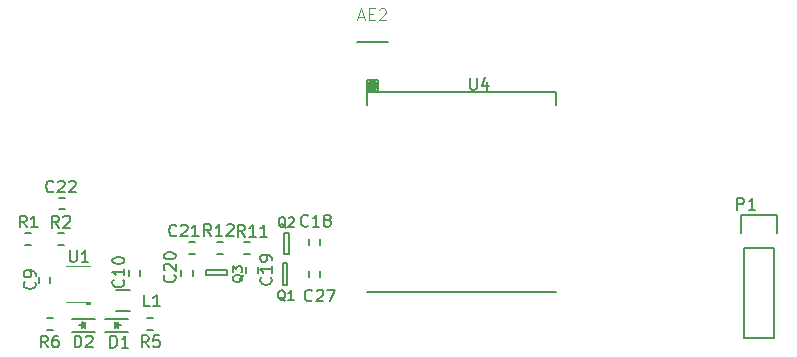
<source format=gto>
G04 #@! TF.FileFunction,Legend,Top*
%FSLAX46Y46*%
G04 Gerber Fmt 4.6, Leading zero omitted, Abs format (unit mm)*
G04 Created by KiCad (PCBNEW 4.0.5+dfsg1-4~bpo8+1) date Tue May  8 14:16:50 2018*
%MOMM*%
%LPD*%
G01*
G04 APERTURE LIST*
%ADD10C,0.100000*%
%ADD11C,0.127000*%
%ADD12C,0.200000*%
%ADD13C,0.150000*%
%ADD14C,0.050000*%
G04 APERTURE END LIST*
D10*
D11*
X157100000Y-101900000D02*
X154500000Y-101900000D01*
D12*
X156110000Y-105910000D02*
X155460000Y-105910000D01*
X155460000Y-105910000D02*
X155460000Y-105260000D01*
X155460000Y-105260000D02*
X156110000Y-105260000D01*
X156110000Y-105260000D02*
X156110000Y-105760000D01*
X156110000Y-105760000D02*
X155610000Y-105760000D01*
X155610000Y-105760000D02*
X155610000Y-105360000D01*
X155610000Y-105360000D02*
X155960000Y-105360000D01*
X155960000Y-105360000D02*
X155960000Y-105610000D01*
X155960000Y-105610000D02*
X155710000Y-105610000D01*
X155710000Y-105610000D02*
X155710000Y-105460000D01*
X155710000Y-105460000D02*
X155860000Y-105460000D01*
X155310000Y-106060000D02*
X155310000Y-105110000D01*
X155310000Y-105110000D02*
X156260000Y-105110000D01*
X156260000Y-105110000D02*
X156260000Y-106010000D01*
X171310000Y-106060000D02*
X171310000Y-107160000D01*
X155310000Y-106060000D02*
X155310000Y-107160000D01*
X155310000Y-106060000D02*
X171310000Y-106060000D01*
X171310000Y-123060000D02*
X155310000Y-123060000D01*
D13*
X127545000Y-121740000D02*
X127545000Y-122240000D01*
X128495000Y-122240000D02*
X128495000Y-121740000D01*
X135195000Y-121140000D02*
X135195000Y-121640000D01*
X136145000Y-121640000D02*
X136145000Y-121140000D01*
X150425000Y-118550000D02*
X150425000Y-119050000D01*
X151375000Y-119050000D02*
X151375000Y-118550000D01*
X146075000Y-121450000D02*
X146075000Y-120950000D01*
X145125000Y-120950000D02*
X145125000Y-121450000D01*
X139625000Y-121150000D02*
X139625000Y-121650000D01*
X140575000Y-121650000D02*
X140575000Y-121150000D01*
X140250000Y-119775000D02*
X140750000Y-119775000D01*
X140750000Y-118825000D02*
X140250000Y-118825000D01*
X129270000Y-116005000D02*
X129770000Y-116005000D01*
X129770000Y-115055000D02*
X129270000Y-115055000D01*
X133170000Y-126390000D02*
X135070000Y-126390000D01*
X133170000Y-125290000D02*
X135070000Y-125290000D01*
X134070000Y-125840000D02*
X134520000Y-125840000D01*
X134020000Y-125590000D02*
X134020000Y-126090000D01*
X134020000Y-125840000D02*
X134270000Y-125590000D01*
X134270000Y-125590000D02*
X134270000Y-126090000D01*
X134270000Y-126090000D02*
X134020000Y-125840000D01*
X132270000Y-125290000D02*
X130370000Y-125290000D01*
X132270000Y-126390000D02*
X130370000Y-126390000D01*
X131370000Y-125840000D02*
X130920000Y-125840000D01*
X131420000Y-126090000D02*
X131420000Y-125590000D01*
X131420000Y-125840000D02*
X131170000Y-126090000D01*
X131170000Y-126090000D02*
X131170000Y-125590000D01*
X131170000Y-125590000D02*
X131420000Y-125840000D01*
X135260000Y-124615000D02*
X134060000Y-124615000D01*
X134060000Y-122865000D02*
X135260000Y-122865000D01*
X148200000Y-120600000D02*
X148200000Y-122400000D01*
X148200000Y-122400000D02*
X148600000Y-122400000D01*
X148600000Y-122400000D02*
X148600000Y-120600000D01*
X148600000Y-120600000D02*
X148200000Y-120600000D01*
X148300000Y-118000000D02*
X148300000Y-119800000D01*
X148300000Y-119800000D02*
X148700000Y-119800000D01*
X148700000Y-119800000D02*
X148700000Y-118000000D01*
X148700000Y-118000000D02*
X148300000Y-118000000D01*
X126870000Y-118015000D02*
X126370000Y-118015000D01*
X126370000Y-119065000D02*
X126870000Y-119065000D01*
X129170000Y-119065000D02*
X129670000Y-119065000D01*
X129670000Y-118015000D02*
X129170000Y-118015000D01*
X136720000Y-126265000D02*
X137220000Y-126265000D01*
X137220000Y-125215000D02*
X136720000Y-125215000D01*
X128720000Y-125215000D02*
X128220000Y-125215000D01*
X128220000Y-126265000D02*
X128720000Y-126265000D01*
X142650000Y-119825000D02*
X143150000Y-119825000D01*
X143150000Y-118775000D02*
X142650000Y-118775000D01*
X187250000Y-119310000D02*
X187250000Y-126930000D01*
X189790000Y-119310000D02*
X189790000Y-126930000D01*
X190070000Y-116490000D02*
X190070000Y-118040000D01*
X187250000Y-126930000D02*
X189790000Y-126930000D01*
X189790000Y-119310000D02*
X187250000Y-119310000D01*
X186970000Y-118040000D02*
X186970000Y-116490000D01*
X186970000Y-116490000D02*
X190070000Y-116490000D01*
D10*
X131870000Y-123940000D02*
X131870000Y-124040000D01*
X131870000Y-124040000D02*
X131570000Y-124040000D01*
X131570000Y-124040000D02*
X131570000Y-123940000D01*
X131870000Y-123840000D02*
X131870000Y-123940000D01*
X131870000Y-123940000D02*
X131570000Y-123940000D01*
X131570000Y-123940000D02*
X131570000Y-123840000D01*
X131870000Y-120840000D02*
X129870000Y-120840000D01*
X131870000Y-123840000D02*
X129870000Y-123840000D01*
D13*
X150425000Y-121250000D02*
X150425000Y-121750000D01*
X151375000Y-121750000D02*
X151375000Y-121250000D01*
X143500000Y-121200000D02*
X141700000Y-121200000D01*
X141700000Y-121200000D02*
X141700000Y-121600000D01*
X141700000Y-121600000D02*
X143500000Y-121600000D01*
X143500000Y-121600000D02*
X143500000Y-121200000D01*
X144950000Y-119825000D02*
X145450000Y-119825000D01*
X145450000Y-118775000D02*
X144950000Y-118775000D01*
D14*
X154600207Y-99737113D02*
X155077673Y-99737113D01*
X154504713Y-100023593D02*
X154838940Y-99020913D01*
X155173167Y-100023593D01*
X155507393Y-99498380D02*
X155841620Y-99498380D01*
X155984860Y-100023593D02*
X155507393Y-100023593D01*
X155507393Y-99020913D01*
X155984860Y-99020913D01*
X156366834Y-99116407D02*
X156414580Y-99068660D01*
X156510074Y-99020913D01*
X156748807Y-99020913D01*
X156844300Y-99068660D01*
X156892047Y-99116407D01*
X156939794Y-99211900D01*
X156939794Y-99307393D01*
X156892047Y-99450633D01*
X156319087Y-100023593D01*
X156939794Y-100023593D01*
D13*
X164048095Y-104902381D02*
X164048095Y-105711905D01*
X164095714Y-105807143D01*
X164143333Y-105854762D01*
X164238571Y-105902381D01*
X164429048Y-105902381D01*
X164524286Y-105854762D01*
X164571905Y-105807143D01*
X164619524Y-105711905D01*
X164619524Y-104902381D01*
X165524286Y-105235714D02*
X165524286Y-105902381D01*
X165286190Y-104854762D02*
X165048095Y-105569048D01*
X165667143Y-105569048D01*
X127187143Y-122156666D02*
X127234762Y-122204285D01*
X127282381Y-122347142D01*
X127282381Y-122442380D01*
X127234762Y-122585238D01*
X127139524Y-122680476D01*
X127044286Y-122728095D01*
X126853810Y-122775714D01*
X126710952Y-122775714D01*
X126520476Y-122728095D01*
X126425238Y-122680476D01*
X126330000Y-122585238D01*
X126282381Y-122442380D01*
X126282381Y-122347142D01*
X126330000Y-122204285D01*
X126377619Y-122156666D01*
X127282381Y-121680476D02*
X127282381Y-121490000D01*
X127234762Y-121394761D01*
X127187143Y-121347142D01*
X127044286Y-121251904D01*
X126853810Y-121204285D01*
X126472857Y-121204285D01*
X126377619Y-121251904D01*
X126330000Y-121299523D01*
X126282381Y-121394761D01*
X126282381Y-121585238D01*
X126330000Y-121680476D01*
X126377619Y-121728095D01*
X126472857Y-121775714D01*
X126710952Y-121775714D01*
X126806190Y-121728095D01*
X126853810Y-121680476D01*
X126901429Y-121585238D01*
X126901429Y-121394761D01*
X126853810Y-121299523D01*
X126806190Y-121251904D01*
X126710952Y-121204285D01*
X134687143Y-121992857D02*
X134734762Y-122040476D01*
X134782381Y-122183333D01*
X134782381Y-122278571D01*
X134734762Y-122421429D01*
X134639524Y-122516667D01*
X134544286Y-122564286D01*
X134353810Y-122611905D01*
X134210952Y-122611905D01*
X134020476Y-122564286D01*
X133925238Y-122516667D01*
X133830000Y-122421429D01*
X133782381Y-122278571D01*
X133782381Y-122183333D01*
X133830000Y-122040476D01*
X133877619Y-121992857D01*
X134782381Y-121040476D02*
X134782381Y-121611905D01*
X134782381Y-121326191D02*
X133782381Y-121326191D01*
X133925238Y-121421429D01*
X134020476Y-121516667D01*
X134068095Y-121611905D01*
X133782381Y-120421429D02*
X133782381Y-120326190D01*
X133830000Y-120230952D01*
X133877619Y-120183333D01*
X133972857Y-120135714D01*
X134163333Y-120088095D01*
X134401429Y-120088095D01*
X134591905Y-120135714D01*
X134687143Y-120183333D01*
X134734762Y-120230952D01*
X134782381Y-120326190D01*
X134782381Y-120421429D01*
X134734762Y-120516667D01*
X134687143Y-120564286D01*
X134591905Y-120611905D01*
X134401429Y-120659524D01*
X134163333Y-120659524D01*
X133972857Y-120611905D01*
X133877619Y-120564286D01*
X133830000Y-120516667D01*
X133782381Y-120421429D01*
X150337143Y-117397143D02*
X150289524Y-117444762D01*
X150146667Y-117492381D01*
X150051429Y-117492381D01*
X149908571Y-117444762D01*
X149813333Y-117349524D01*
X149765714Y-117254286D01*
X149718095Y-117063810D01*
X149718095Y-116920952D01*
X149765714Y-116730476D01*
X149813333Y-116635238D01*
X149908571Y-116540000D01*
X150051429Y-116492381D01*
X150146667Y-116492381D01*
X150289524Y-116540000D01*
X150337143Y-116587619D01*
X151289524Y-117492381D02*
X150718095Y-117492381D01*
X151003809Y-117492381D02*
X151003809Y-116492381D01*
X150908571Y-116635238D01*
X150813333Y-116730476D01*
X150718095Y-116778095D01*
X151860952Y-116920952D02*
X151765714Y-116873333D01*
X151718095Y-116825714D01*
X151670476Y-116730476D01*
X151670476Y-116682857D01*
X151718095Y-116587619D01*
X151765714Y-116540000D01*
X151860952Y-116492381D01*
X152051429Y-116492381D01*
X152146667Y-116540000D01*
X152194286Y-116587619D01*
X152241905Y-116682857D01*
X152241905Y-116730476D01*
X152194286Y-116825714D01*
X152146667Y-116873333D01*
X152051429Y-116920952D01*
X151860952Y-116920952D01*
X151765714Y-116968571D01*
X151718095Y-117016190D01*
X151670476Y-117111429D01*
X151670476Y-117301905D01*
X151718095Y-117397143D01*
X151765714Y-117444762D01*
X151860952Y-117492381D01*
X152051429Y-117492381D01*
X152146667Y-117444762D01*
X152194286Y-117397143D01*
X152241905Y-117301905D01*
X152241905Y-117111429D01*
X152194286Y-117016190D01*
X152146667Y-116968571D01*
X152051429Y-116920952D01*
X147177143Y-121782857D02*
X147224762Y-121830476D01*
X147272381Y-121973333D01*
X147272381Y-122068571D01*
X147224762Y-122211429D01*
X147129524Y-122306667D01*
X147034286Y-122354286D01*
X146843810Y-122401905D01*
X146700952Y-122401905D01*
X146510476Y-122354286D01*
X146415238Y-122306667D01*
X146320000Y-122211429D01*
X146272381Y-122068571D01*
X146272381Y-121973333D01*
X146320000Y-121830476D01*
X146367619Y-121782857D01*
X147272381Y-120830476D02*
X147272381Y-121401905D01*
X147272381Y-121116191D02*
X146272381Y-121116191D01*
X146415238Y-121211429D01*
X146510476Y-121306667D01*
X146558095Y-121401905D01*
X147272381Y-120354286D02*
X147272381Y-120163810D01*
X147224762Y-120068571D01*
X147177143Y-120020952D01*
X147034286Y-119925714D01*
X146843810Y-119878095D01*
X146462857Y-119878095D01*
X146367619Y-119925714D01*
X146320000Y-119973333D01*
X146272381Y-120068571D01*
X146272381Y-120259048D01*
X146320000Y-120354286D01*
X146367619Y-120401905D01*
X146462857Y-120449524D01*
X146700952Y-120449524D01*
X146796190Y-120401905D01*
X146843810Y-120354286D01*
X146891429Y-120259048D01*
X146891429Y-120068571D01*
X146843810Y-119973333D01*
X146796190Y-119925714D01*
X146700952Y-119878095D01*
X139027143Y-121582857D02*
X139074762Y-121630476D01*
X139122381Y-121773333D01*
X139122381Y-121868571D01*
X139074762Y-122011429D01*
X138979524Y-122106667D01*
X138884286Y-122154286D01*
X138693810Y-122201905D01*
X138550952Y-122201905D01*
X138360476Y-122154286D01*
X138265238Y-122106667D01*
X138170000Y-122011429D01*
X138122381Y-121868571D01*
X138122381Y-121773333D01*
X138170000Y-121630476D01*
X138217619Y-121582857D01*
X138217619Y-121201905D02*
X138170000Y-121154286D01*
X138122381Y-121059048D01*
X138122381Y-120820952D01*
X138170000Y-120725714D01*
X138217619Y-120678095D01*
X138312857Y-120630476D01*
X138408095Y-120630476D01*
X138550952Y-120678095D01*
X139122381Y-121249524D01*
X139122381Y-120630476D01*
X138122381Y-120011429D02*
X138122381Y-119916190D01*
X138170000Y-119820952D01*
X138217619Y-119773333D01*
X138312857Y-119725714D01*
X138503333Y-119678095D01*
X138741429Y-119678095D01*
X138931905Y-119725714D01*
X139027143Y-119773333D01*
X139074762Y-119820952D01*
X139122381Y-119916190D01*
X139122381Y-120011429D01*
X139074762Y-120106667D01*
X139027143Y-120154286D01*
X138931905Y-120201905D01*
X138741429Y-120249524D01*
X138503333Y-120249524D01*
X138312857Y-120201905D01*
X138217619Y-120154286D01*
X138170000Y-120106667D01*
X138122381Y-120011429D01*
X139187143Y-118227143D02*
X139139524Y-118274762D01*
X138996667Y-118322381D01*
X138901429Y-118322381D01*
X138758571Y-118274762D01*
X138663333Y-118179524D01*
X138615714Y-118084286D01*
X138568095Y-117893810D01*
X138568095Y-117750952D01*
X138615714Y-117560476D01*
X138663333Y-117465238D01*
X138758571Y-117370000D01*
X138901429Y-117322381D01*
X138996667Y-117322381D01*
X139139524Y-117370000D01*
X139187143Y-117417619D01*
X139568095Y-117417619D02*
X139615714Y-117370000D01*
X139710952Y-117322381D01*
X139949048Y-117322381D01*
X140044286Y-117370000D01*
X140091905Y-117417619D01*
X140139524Y-117512857D01*
X140139524Y-117608095D01*
X140091905Y-117750952D01*
X139520476Y-118322381D01*
X140139524Y-118322381D01*
X141091905Y-118322381D02*
X140520476Y-118322381D01*
X140806190Y-118322381D02*
X140806190Y-117322381D01*
X140710952Y-117465238D01*
X140615714Y-117560476D01*
X140520476Y-117608095D01*
X128787143Y-114497143D02*
X128739524Y-114544762D01*
X128596667Y-114592381D01*
X128501429Y-114592381D01*
X128358571Y-114544762D01*
X128263333Y-114449524D01*
X128215714Y-114354286D01*
X128168095Y-114163810D01*
X128168095Y-114020952D01*
X128215714Y-113830476D01*
X128263333Y-113735238D01*
X128358571Y-113640000D01*
X128501429Y-113592381D01*
X128596667Y-113592381D01*
X128739524Y-113640000D01*
X128787143Y-113687619D01*
X129168095Y-113687619D02*
X129215714Y-113640000D01*
X129310952Y-113592381D01*
X129549048Y-113592381D01*
X129644286Y-113640000D01*
X129691905Y-113687619D01*
X129739524Y-113782857D01*
X129739524Y-113878095D01*
X129691905Y-114020952D01*
X129120476Y-114592381D01*
X129739524Y-114592381D01*
X130120476Y-113687619D02*
X130168095Y-113640000D01*
X130263333Y-113592381D01*
X130501429Y-113592381D01*
X130596667Y-113640000D01*
X130644286Y-113687619D01*
X130691905Y-113782857D01*
X130691905Y-113878095D01*
X130644286Y-114020952D01*
X130072857Y-114592381D01*
X130691905Y-114592381D01*
X133611905Y-127732381D02*
X133611905Y-126732381D01*
X133850000Y-126732381D01*
X133992858Y-126780000D01*
X134088096Y-126875238D01*
X134135715Y-126970476D01*
X134183334Y-127160952D01*
X134183334Y-127303810D01*
X134135715Y-127494286D01*
X134088096Y-127589524D01*
X133992858Y-127684762D01*
X133850000Y-127732381D01*
X133611905Y-127732381D01*
X135135715Y-127732381D02*
X134564286Y-127732381D01*
X134850000Y-127732381D02*
X134850000Y-126732381D01*
X134754762Y-126875238D01*
X134659524Y-126970476D01*
X134564286Y-127018095D01*
X130571905Y-127722381D02*
X130571905Y-126722381D01*
X130810000Y-126722381D01*
X130952858Y-126770000D01*
X131048096Y-126865238D01*
X131095715Y-126960476D01*
X131143334Y-127150952D01*
X131143334Y-127293810D01*
X131095715Y-127484286D01*
X131048096Y-127579524D01*
X130952858Y-127674762D01*
X130810000Y-127722381D01*
X130571905Y-127722381D01*
X131524286Y-126817619D02*
X131571905Y-126770000D01*
X131667143Y-126722381D01*
X131905239Y-126722381D01*
X132000477Y-126770000D01*
X132048096Y-126817619D01*
X132095715Y-126912857D01*
X132095715Y-127008095D01*
X132048096Y-127150952D01*
X131476667Y-127722381D01*
X132095715Y-127722381D01*
X136943334Y-124252381D02*
X136467143Y-124252381D01*
X136467143Y-123252381D01*
X137800477Y-124252381D02*
X137229048Y-124252381D01*
X137514762Y-124252381D02*
X137514762Y-123252381D01*
X137419524Y-123395238D01*
X137324286Y-123490476D01*
X137229048Y-123538095D01*
X148403810Y-123758095D02*
X148327619Y-123720000D01*
X148251429Y-123643810D01*
X148137143Y-123529524D01*
X148060952Y-123491429D01*
X147984762Y-123491429D01*
X148022857Y-123681905D02*
X147946667Y-123643810D01*
X147870476Y-123567619D01*
X147832381Y-123415238D01*
X147832381Y-123148571D01*
X147870476Y-122996190D01*
X147946667Y-122920000D01*
X148022857Y-122881905D01*
X148175238Y-122881905D01*
X148251429Y-122920000D01*
X148327619Y-122996190D01*
X148365714Y-123148571D01*
X148365714Y-123415238D01*
X148327619Y-123567619D01*
X148251429Y-123643810D01*
X148175238Y-123681905D01*
X148022857Y-123681905D01*
X149127619Y-123681905D02*
X148670476Y-123681905D01*
X148899047Y-123681905D02*
X148899047Y-122881905D01*
X148822857Y-122996190D01*
X148746666Y-123072381D01*
X148670476Y-123110476D01*
X148453810Y-117568095D02*
X148377619Y-117530000D01*
X148301429Y-117453810D01*
X148187143Y-117339524D01*
X148110952Y-117301429D01*
X148034762Y-117301429D01*
X148072857Y-117491905D02*
X147996667Y-117453810D01*
X147920476Y-117377619D01*
X147882381Y-117225238D01*
X147882381Y-116958571D01*
X147920476Y-116806190D01*
X147996667Y-116730000D01*
X148072857Y-116691905D01*
X148225238Y-116691905D01*
X148301429Y-116730000D01*
X148377619Y-116806190D01*
X148415714Y-116958571D01*
X148415714Y-117225238D01*
X148377619Y-117377619D01*
X148301429Y-117453810D01*
X148225238Y-117491905D01*
X148072857Y-117491905D01*
X148720476Y-116768095D02*
X148758571Y-116730000D01*
X148834762Y-116691905D01*
X149025238Y-116691905D01*
X149101428Y-116730000D01*
X149139524Y-116768095D01*
X149177619Y-116844286D01*
X149177619Y-116920476D01*
X149139524Y-117034762D01*
X148682381Y-117491905D01*
X149177619Y-117491905D01*
X126513334Y-117562381D02*
X126180000Y-117086190D01*
X125941905Y-117562381D02*
X125941905Y-116562381D01*
X126322858Y-116562381D01*
X126418096Y-116610000D01*
X126465715Y-116657619D01*
X126513334Y-116752857D01*
X126513334Y-116895714D01*
X126465715Y-116990952D01*
X126418096Y-117038571D01*
X126322858Y-117086190D01*
X125941905Y-117086190D01*
X127465715Y-117562381D02*
X126894286Y-117562381D01*
X127180000Y-117562381D02*
X127180000Y-116562381D01*
X127084762Y-116705238D01*
X126989524Y-116800476D01*
X126894286Y-116848095D01*
X129243334Y-117582381D02*
X128910000Y-117106190D01*
X128671905Y-117582381D02*
X128671905Y-116582381D01*
X129052858Y-116582381D01*
X129148096Y-116630000D01*
X129195715Y-116677619D01*
X129243334Y-116772857D01*
X129243334Y-116915714D01*
X129195715Y-117010952D01*
X129148096Y-117058571D01*
X129052858Y-117106190D01*
X128671905Y-117106190D01*
X129624286Y-116677619D02*
X129671905Y-116630000D01*
X129767143Y-116582381D01*
X130005239Y-116582381D01*
X130100477Y-116630000D01*
X130148096Y-116677619D01*
X130195715Y-116772857D01*
X130195715Y-116868095D01*
X130148096Y-117010952D01*
X129576667Y-117582381D01*
X130195715Y-117582381D01*
X136853334Y-127692381D02*
X136520000Y-127216190D01*
X136281905Y-127692381D02*
X136281905Y-126692381D01*
X136662858Y-126692381D01*
X136758096Y-126740000D01*
X136805715Y-126787619D01*
X136853334Y-126882857D01*
X136853334Y-127025714D01*
X136805715Y-127120952D01*
X136758096Y-127168571D01*
X136662858Y-127216190D01*
X136281905Y-127216190D01*
X137758096Y-126692381D02*
X137281905Y-126692381D01*
X137234286Y-127168571D01*
X137281905Y-127120952D01*
X137377143Y-127073333D01*
X137615239Y-127073333D01*
X137710477Y-127120952D01*
X137758096Y-127168571D01*
X137805715Y-127263810D01*
X137805715Y-127501905D01*
X137758096Y-127597143D01*
X137710477Y-127644762D01*
X137615239Y-127692381D01*
X137377143Y-127692381D01*
X137281905Y-127644762D01*
X137234286Y-127597143D01*
X128293334Y-127722381D02*
X127960000Y-127246190D01*
X127721905Y-127722381D02*
X127721905Y-126722381D01*
X128102858Y-126722381D01*
X128198096Y-126770000D01*
X128245715Y-126817619D01*
X128293334Y-126912857D01*
X128293334Y-127055714D01*
X128245715Y-127150952D01*
X128198096Y-127198571D01*
X128102858Y-127246190D01*
X127721905Y-127246190D01*
X129150477Y-126722381D02*
X128960000Y-126722381D01*
X128864762Y-126770000D01*
X128817143Y-126817619D01*
X128721905Y-126960476D01*
X128674286Y-127150952D01*
X128674286Y-127531905D01*
X128721905Y-127627143D01*
X128769524Y-127674762D01*
X128864762Y-127722381D01*
X129055239Y-127722381D01*
X129150477Y-127674762D01*
X129198096Y-127627143D01*
X129245715Y-127531905D01*
X129245715Y-127293810D01*
X129198096Y-127198571D01*
X129150477Y-127150952D01*
X129055239Y-127103333D01*
X128864762Y-127103333D01*
X128769524Y-127150952D01*
X128721905Y-127198571D01*
X128674286Y-127293810D01*
X142137143Y-118282381D02*
X141803809Y-117806190D01*
X141565714Y-118282381D02*
X141565714Y-117282381D01*
X141946667Y-117282381D01*
X142041905Y-117330000D01*
X142089524Y-117377619D01*
X142137143Y-117472857D01*
X142137143Y-117615714D01*
X142089524Y-117710952D01*
X142041905Y-117758571D01*
X141946667Y-117806190D01*
X141565714Y-117806190D01*
X143089524Y-118282381D02*
X142518095Y-118282381D01*
X142803809Y-118282381D02*
X142803809Y-117282381D01*
X142708571Y-117425238D01*
X142613333Y-117520476D01*
X142518095Y-117568095D01*
X143470476Y-117377619D02*
X143518095Y-117330000D01*
X143613333Y-117282381D01*
X143851429Y-117282381D01*
X143946667Y-117330000D01*
X143994286Y-117377619D01*
X144041905Y-117472857D01*
X144041905Y-117568095D01*
X143994286Y-117710952D01*
X143422857Y-118282381D01*
X144041905Y-118282381D01*
X186681905Y-116072381D02*
X186681905Y-115072381D01*
X187062858Y-115072381D01*
X187158096Y-115120000D01*
X187205715Y-115167619D01*
X187253334Y-115262857D01*
X187253334Y-115405714D01*
X187205715Y-115500952D01*
X187158096Y-115548571D01*
X187062858Y-115596190D01*
X186681905Y-115596190D01*
X188205715Y-116072381D02*
X187634286Y-116072381D01*
X187920000Y-116072381D02*
X187920000Y-115072381D01*
X187824762Y-115215238D01*
X187729524Y-115310476D01*
X187634286Y-115358095D01*
X130168095Y-119482381D02*
X130168095Y-120291905D01*
X130215714Y-120387143D01*
X130263333Y-120434762D01*
X130358571Y-120482381D01*
X130549048Y-120482381D01*
X130644286Y-120434762D01*
X130691905Y-120387143D01*
X130739524Y-120291905D01*
X130739524Y-119482381D01*
X131739524Y-120482381D02*
X131168095Y-120482381D01*
X131453809Y-120482381D02*
X131453809Y-119482381D01*
X131358571Y-119625238D01*
X131263333Y-119720476D01*
X131168095Y-119768095D01*
X150677143Y-123727143D02*
X150629524Y-123774762D01*
X150486667Y-123822381D01*
X150391429Y-123822381D01*
X150248571Y-123774762D01*
X150153333Y-123679524D01*
X150105714Y-123584286D01*
X150058095Y-123393810D01*
X150058095Y-123250952D01*
X150105714Y-123060476D01*
X150153333Y-122965238D01*
X150248571Y-122870000D01*
X150391429Y-122822381D01*
X150486667Y-122822381D01*
X150629524Y-122870000D01*
X150677143Y-122917619D01*
X151058095Y-122917619D02*
X151105714Y-122870000D01*
X151200952Y-122822381D01*
X151439048Y-122822381D01*
X151534286Y-122870000D01*
X151581905Y-122917619D01*
X151629524Y-123012857D01*
X151629524Y-123108095D01*
X151581905Y-123250952D01*
X151010476Y-123822381D01*
X151629524Y-123822381D01*
X151962857Y-122822381D02*
X152629524Y-122822381D01*
X152200952Y-123822381D01*
X144848095Y-121576190D02*
X144810000Y-121652381D01*
X144733810Y-121728571D01*
X144619524Y-121842857D01*
X144581429Y-121919048D01*
X144581429Y-121995238D01*
X144771905Y-121957143D02*
X144733810Y-122033333D01*
X144657619Y-122109524D01*
X144505238Y-122147619D01*
X144238571Y-122147619D01*
X144086190Y-122109524D01*
X144010000Y-122033333D01*
X143971905Y-121957143D01*
X143971905Y-121804762D01*
X144010000Y-121728571D01*
X144086190Y-121652381D01*
X144238571Y-121614286D01*
X144505238Y-121614286D01*
X144657619Y-121652381D01*
X144733810Y-121728571D01*
X144771905Y-121804762D01*
X144771905Y-121957143D01*
X143971905Y-121347619D02*
X143971905Y-120852381D01*
X144276667Y-121119048D01*
X144276667Y-121004762D01*
X144314762Y-120928572D01*
X144352857Y-120890476D01*
X144429048Y-120852381D01*
X144619524Y-120852381D01*
X144695714Y-120890476D01*
X144733810Y-120928572D01*
X144771905Y-121004762D01*
X144771905Y-121233334D01*
X144733810Y-121309524D01*
X144695714Y-121347619D01*
X144977143Y-118332381D02*
X144643809Y-117856190D01*
X144405714Y-118332381D02*
X144405714Y-117332381D01*
X144786667Y-117332381D01*
X144881905Y-117380000D01*
X144929524Y-117427619D01*
X144977143Y-117522857D01*
X144977143Y-117665714D01*
X144929524Y-117760952D01*
X144881905Y-117808571D01*
X144786667Y-117856190D01*
X144405714Y-117856190D01*
X145929524Y-118332381D02*
X145358095Y-118332381D01*
X145643809Y-118332381D02*
X145643809Y-117332381D01*
X145548571Y-117475238D01*
X145453333Y-117570476D01*
X145358095Y-117618095D01*
X146881905Y-118332381D02*
X146310476Y-118332381D01*
X146596190Y-118332381D02*
X146596190Y-117332381D01*
X146500952Y-117475238D01*
X146405714Y-117570476D01*
X146310476Y-117618095D01*
M02*

</source>
